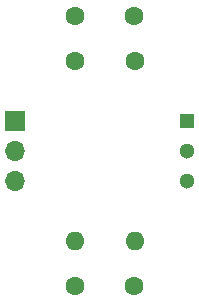
<source format=gts>
%TF.GenerationSoftware,KiCad,Pcbnew,(6.0.6)*%
%TF.CreationDate,2022-06-23T13:21:08-07:00*%
%TF.ProjectId,A1301EUA-T_HallEffectBoard,41313330-3145-4554-912d-545f48616c6c,rev?*%
%TF.SameCoordinates,Original*%
%TF.FileFunction,Soldermask,Top*%
%TF.FilePolarity,Negative*%
%FSLAX46Y46*%
G04 Gerber Fmt 4.6, Leading zero omitted, Abs format (unit mm)*
G04 Created by KiCad (PCBNEW (6.0.6)) date 2022-06-23 13:21:08*
%MOMM*%
%LPD*%
G01*
G04 APERTURE LIST*
%ADD10C,1.600000*%
%ADD11O,1.600000X1.600000*%
%ADD12R,1.700000X1.700000*%
%ADD13O,1.700000X1.700000*%
%ADD14R,1.300000X1.300000*%
%ADD15C,1.300000*%
G04 APERTURE END LIST*
D10*
X8930000Y-25400000D03*
X13930000Y-25400000D03*
X8890000Y-6350000D03*
D11*
X8890000Y-21590000D03*
D10*
X13970000Y-6350000D03*
D11*
X13970000Y-21590000D03*
D10*
X8890000Y-2540000D03*
X13890000Y-2540000D03*
D12*
X3810000Y-11430000D03*
D13*
X3810000Y-13970000D03*
X3810000Y-16510000D03*
D14*
X18389600Y-11430000D03*
D15*
X18389600Y-13970000D03*
X18389600Y-16510000D03*
M02*

</source>
